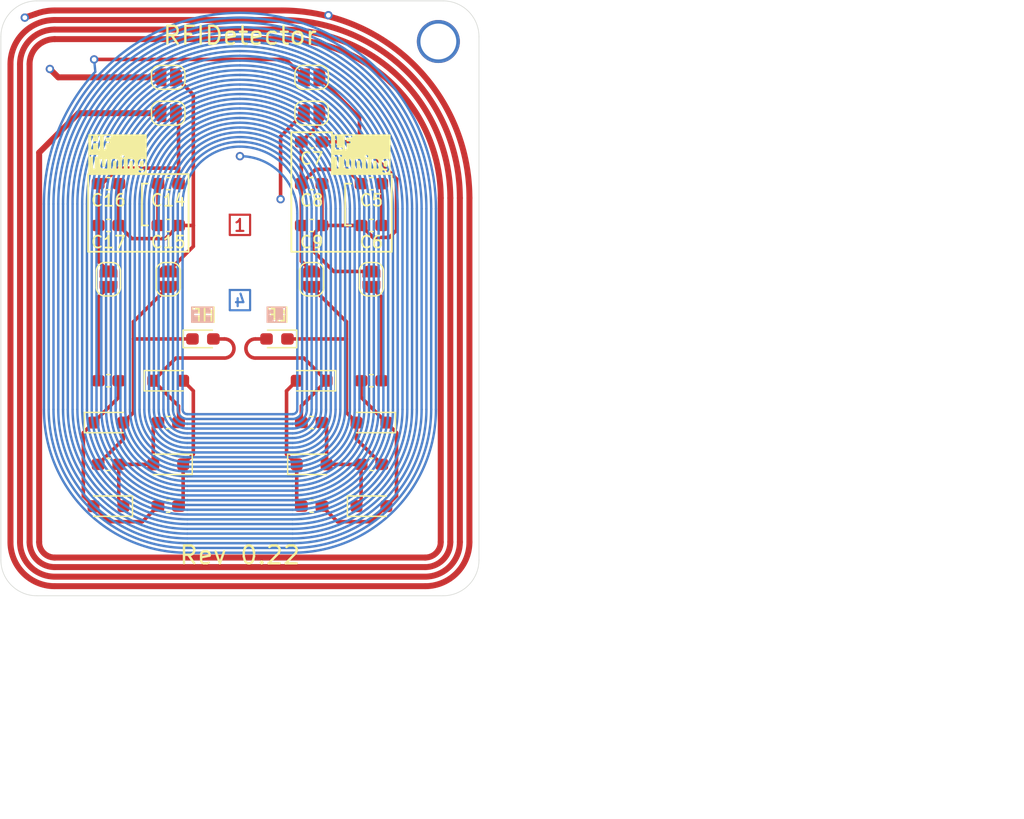
<source format=kicad_pcb>
(kicad_pcb (version 20221018) (generator pcbnew)
  (title_block (title "RFIDetector") (rev "0.22") (company "wh201906"))
  (layers (0 "F.Cu" signal) (1 "In1.Cu" signal) (2 "In2.Cu" signal) (31 "B.Cu" signal) (34 "B.Paste" user) (35 "F.Paste" user) (36 "B.SilkS" user "B.Silkscreen") (37 "F.SilkS" user "F.Silkscreen") (38 "B.Mask" user) (39 "F.Mask" user) (44 "Edge.Cuts" user))
  (net 0 "")
  (net 1 "/125k_load_+")
  (net 2 "Net-(D1-K)")
  (net 3 "/125k_load_-")
  (net 4 "Net-(D2-K)")
  (net 5 "Net-(D3-K)")
  (net 6 "Net-(D4-K)")
  (net 7 "/13.56M_load_+")
  (net 8 "Net-(D6-K)")
  (net 9 "/13.56M_load_-")
  (net 10 "Net-(D7-K)")
  (net 11 "Net-(D8-K)")
  (net 12 "Net-(D10-A)")
  (net 13 "Net-(JP1-B)")
  (net 14 "Net-(JP2-B)")
  (net 15 "Net-(C14-Pad1)")
  (net 16 "Net-(JP5-B)")
  (net 17 "Net-(JP6-B)")
  (net 18 "unconnected-(JP3-B-Pad2)")
  (net 19 "unconnected-(JP4-B-Pad2)")
  (net 22 "Net-(C5-Pad2)")
  (footprint "Jumper:SolderJumper-2_P1.3mm_Open_RoundedPad1.0x1.5mm" (layer "F.Cu") (at 64 56.5 180)
    (fp_text reference "JP8" hide)
    (fp_text value "SolderJumper_2_Open")
  )
  (footprint "LED_SMD:LED_0603_1608Metric_Pad1.05x0.95mm_HandSolder" (layer "F.Cu") (at 66.9 78.4)
    (fp_text reference "D10" hide)
    (fp_text value "LED")
  )
  (footprint "Capacitor_SMD:C_0603_1608Metric_Pad1.08x0.95mm_HandSolder" (layer "F.Cu") (at 63.9995 68.9)
    (fp_text reference "C15")
    (fp_text value "0")
  )
  (footprint "Capacitor_SMD:C_0603_1608Metric_Pad1.08x0.95mm_HandSolder" (layer "F.Cu") (at 75.9995 68.9 180)
    (fp_text reference "C9")
    (fp_text value "0")
  )
  (footprint "Capacitor_SMD:C_0603_1608Metric_Pad1.08x0.95mm_HandSolder" (layer "F.Cu") (at 75.9995 85.4 180)
    (fp_text reference "C4" hide)
    (fp_text value "10u")
  )
  (footprint "Capacitor_SMD:C_0603_1608Metric_Pad1.08x0.95mm_HandSolder" (layer "F.Cu") (at 63.9995 85.4)
    (fp_text reference "C13" hide)
    (fp_text value "10u")
  )
  (footprint "Jumper:SolderJumper-2_P1.3mm_Open_RoundedPad1.0x1.5mm" (layer "F.Cu") (at 58.9995 73.4 90)
    (fp_text reference "JP5" hide)
    (fp_text value "SolderJumper_2_Open")
  )
  (footprint "Capacitor_SMD:C_0603_1608Metric_Pad1.08x0.95mm_HandSolder" (layer "F.Cu") (at 63.9995 65.4)
    (fp_text reference "C14")
    (fp_text value "0")
  )
  (footprint "Jumper:SolderJumper-2_P1.3mm_Open_RoundedPad1.0x1.5mm" (layer "F.Cu") (at 76 56.5 180)
    (fp_text reference "JP3" hide)
    (fp_text value "SolderJumper_2_Open")
  )
  (footprint "Diode_SMD:D_SOD-323_HandSoldering" (layer "F.Cu") (at 80.9995 85.4 180)
    (fp_text reference "D1" hide)
    (fp_text value "1N5819WS")
  )
  (footprint "Diode_SMD:D_SOD-323_HandSoldering" (layer "F.Cu") (at 58.9995 85.4)
    (fp_text reference "D6" hide)
    (fp_text value "1N5819WS")
  )
  (footprint "Diode_SMD:D_SOD-323_HandSoldering" (layer "F.Cu") (at 75.9995 81.9 180)
    (fp_text reference "D4" hide)
    (fp_text value "1N5819WS")
  )
  (footprint "Capacitor_SMD:C_0603_1608Metric_Pad1.08x0.95mm_HandSolder" (layer "F.Cu") (at 80.9995 65.4)
    (fp_text reference "C5")
    (fp_text value "0")
  )
  (footprint "Capacitor_SMD:C_0603_1608Metric_Pad1.08x0.95mm_HandSolder" (layer "F.Cu") (at 58.9995 65.4 180)
    (fp_text reference "C16")
    (fp_text value "0")
  )
  (footprint "Capacitor_SMD:C_0603_1608Metric_Pad1.08x0.95mm_HandSolder" (layer "F.Cu") (at 75.9995 92.4 180)
    (fp_text reference "C3" hide)
    (fp_text value "10u")
  )
  (footprint "Diode_SMD:D_SOD-323_HandSoldering" (layer "F.Cu") (at 75.9995 88.9)
    (fp_text reference "D3" hide)
    (fp_text value "1N5819WS")
  )
  (footprint "Diode_SMD:D_SOD-323_HandSoldering" (layer "F.Cu") (at 80.9995 92.4)
    (fp_text reference "D2" hide)
    (fp_text value "1N5819WS")
  )
  (footprint "Capacitor_SMD:C_0603_1608Metric_Pad1.08x0.95mm_HandSolder" (layer "F.Cu") (at 58.9995 68.9 180)
    (fp_text reference "C17")
    (fp_text value "0")
  )
  (footprint "Jumper:SolderJumper-2_P1.3mm_Open_RoundedPad1.0x1.5mm" (layer "F.Cu") (at 76 59.5 180)
    (fp_text reference "JP4" hide)
    (fp_text value "SolderJumper_2_Open")
  )
  (footprint "Diode_SMD:D_SOD-323_HandSoldering" (layer "F.Cu") (at 58.9995 92.4 180)
    (fp_text reference "D7" hide)
    (fp_text value "1N5819WS")
  )
  (footprint "Capacitor_SMD:C_0603_1608Metric_Pad1.08x0.95mm_HandSolder" (layer "F.Cu") (at 58.9995 81.9)
    (fp_text reference "C10" hide)
    (fp_text value "10u")
  )
  (footprint "Jumper:SolderJumper-2_P1.3mm_Open_RoundedPad1.0x1.5mm" (layer "F.Cu") (at 64 59.5 180)
    (fp_text reference "JP7" hide)
    (fp_text value "SolderJumper_2_Open")
  )
  (footprint "Capacitor_SMD:C_0603_1608Metric_Pad1.08x0.95mm_HandSolder" (layer "F.Cu") (at 75.9995 65.4 180)
    (fp_text reference "C8")
    (fp_text value "0")
  )
  (footprint "Capacitor_SMD:C_0603_1608Metric_Pad1.08x0.95mm_HandSolder" (layer "F.Cu") (at 63.9995 92.4)
    (fp_text reference "C12" hide)
    (fp_text value "10u")
  )
  (footprint "Capacitor_SMD:C_0603_1608Metric_Pad1.08x0.95mm_HandSolder" (layer "F.Cu") (at 80.9995 68.9 180)
    (fp_text reference "C6")
    (fp_text value "0")
  )
  (footprint "Jumper:SolderJumper-2_P1.3mm_Open_RoundedPad1.0x1.5mm" (layer "F.Cu") (at 75.9995 73.4 90)
    (fp_text reference "JP2" hide)
    (fp_text value "SolderJumper_2_Open")
  )
  (footprint "Capacitor_SMD:C_0603_1608Metric_Pad1.08x0.95mm_HandSolder" (layer "F.Cu") (at 80.9995 81.9 180)
    (fp_text reference "C1" hide)
    (fp_text value "10u")
  )
  (footprint "Jumper:SolderJumper-2_P1.3mm_Open_RoundedPad1.0x1.5mm" (layer "F.Cu") (at 80.9995 73.4 90)
    (fp_text reference "JP1" hide)
    (fp_text value "SolderJumper_2_Open")
  )
  (footprint "Jumper:SolderJumper-2_P1.3mm_Open_RoundedPad1.0x1.5mm" (layer "F.Cu") (at 63.9995 73.4 90)
    (fp_text reference "JP6" hide)
    (fp_text value "SolderJumper_2_Open")
  )
  (footprint "Diode_SMD:D_SOD-323_HandSoldering" (layer "F.Cu") (at 63.9995 81.9)
    (fp_text reference "D9" hide)
    (fp_text value "1N5819WS")
  )
  (footprint "Capacitor_SMD:C_0603_1608Metric_Pad1.08x0.95mm_HandSolder" (layer "F.Cu") (at 58.9995 88.9)
    (fp_text reference "C11" hide)
    (fp_text value "10u")
  )
  (footprint "Diode_SMD:D_SOD-323_HandSoldering" (layer "F.Cu") (at 63.9995 88.9 180)
    (fp_text reference "D8" hide)
    (fp_text value "1N5819WS")
  )
  (footprint "Capacitor_SMD:C_0603_1608Metric_Pad1.08x0.95mm_HandSolder" (layer "F.Cu") (at 75.9995 61.9 180)
    (fp_text reference "C7")
    (fp_text value "4.7n")
  )
  (footprint "LED_SMD:LED_0603_1608Metric_Pad1.05x0.95mm_HandSolder" (layer "F.Cu") (at 73.1 78.4 180)
    (fp_text reference "D5" hide)
    (fp_text value "LED")
  )
  (footprint "Capacitor_SMD:C_0603_1608Metric_Pad1.08x0.95mm_HandSolder" (layer "F.Cu") (at 80.9995 88.9 180)
    (fp_text reference "C2" hide)
    (fp_text value "10u")
  )
  (gr_arc (start 50.8 55.4) (mid 51.883705 52.783705) (end 54.5 51.7) (stroke (width 0.5)) (layer "F.Cu"))
  (gr_arc (start 88.4 95.4) (mid 87.55061 97.45061) (end 85.5 98.3) (stroke (width 0.5)) (layer "F.Cu"))
  (gr_line (start 52.4 95.4) (end 52.4 55.4) (stroke (width 0.5)) (layer "F.Cu"))
  (gr_arc (start 73.5 50.9) (mid 84.601576 55.498424) (end 89.2 66.6) (stroke (width 0.5)) (layer "F.Cu"))
  (gr_arc (start 52.4 55.4) (mid 53.015076 53.915076) (end 54.5 53.3) (stroke (width 0.5)) (layer "F.Cu"))
  (gr_arc (start 86.8 95.4) (mid 86.419239 96.319239) (end 85.5 96.7) (stroke (width 0.5)) (layer "F.Cu"))
  (gr_rect (start 69.15 68) (end 70.85 69.7) (stroke (width 0.18)) (fill none) (layer "F.Cu"))
  (gr_line (start 63 59.5) (end 56.5 59.5) (stroke (width 0.5)) (layer "F.Cu"))
  (gr_line (start 54.1 55.8) (end 54.8 56.5) (stroke (width 0.5)) (layer "F.Cu"))
  (gr_line (start 56.5 59.5) (end 53.199963 62.800037) (stroke (width 0.5)) (layer "F.Cu"))
  (gr_arc (start 54.5 97.5) (mid 53.015076 96.884924) (end 52.4 95.4) (stroke (width 0.5)) (layer "F.Cu"))
  (gr_line (start 54.5 97.5) (end 85.5 97.5) (stroke (width 0.5)) (layer "F.Cu"))
  (gr_arc (start 54.5 98.3) (mid 52.44939 97.45061) (end 51.6 95.4) (stroke (width 0.5)) (layer "F.Cu"))
  (gr_arc (start 89.2 95.4) (mid 88.116295 98.016295) (end 85.5 99.1) (stroke (width 0.5)) (layer "F.Cu"))
  (gr_arc (start 52.898021 51.194805) (mid 53.68556 50.974315) (end 54.5 50.9) (stroke (width 0.5)) (layer "F.Cu"))
  (gr_line (start 88.4 95.4) (end 88.4 66.6) (stroke (width 0.5)) (layer "F.Cu"))
  (gr_arc (start 51.6 55.4) (mid 52.44939 53.34939) (end 54.5 52.5) (stroke (width 0.5)) (layer "F.Cu"))
  (gr_arc (start 54.5 96.7) (mid 53.580761 96.319239) (end 53.2 95.4) (stroke (width 0.5)) (layer "F.Cu"))
  (gr_line (start 51.6 95.4) (end 51.6 55.4) (stroke (width 0.5)) (layer "F.Cu"))
  (gr_line (start 54.5 99.1) (end 85.5 99.1) (stroke (width 0.5)) (layer "F.Cu"))
  (gr_line (start 89.2 66.6) (end 89.2 95.4) (stroke (width 0.5)) (layer "F.Cu"))
  (gr_arc (start 71.3 80) (mid 70.5 79.2) (end 71.3 78.4) (stroke (width 0.3)) (layer "F.Cu"))
  (gr_arc (start 87.6 95.4) (mid 86.984924 96.884924) (end 85.5 97.5) (stroke (width 0.5)) (layer "F.Cu"))
  (gr_arc (start 68.7 78.4) (mid 69.5 79.2) (end 68.7 80) (stroke (width 0.3)) (layer "F.Cu"))
  (gr_line (start 73.5 52.5) (end 54.5 52.5) (stroke (width 0.5)) (layer "F.Cu"))
  (gr_line (start 87.6 66.6) (end 87.6 95.4) (stroke (width 0.5)) (layer "F.Cu"))
  (gr_line (start 73.5 53.3) (end 54.5 53.3) (stroke (width 0.5)) (layer "F.Cu"))
  (gr_arc (start 73.5 51.7) (mid 84.035891 56.064109) (end 88.4 66.6) (stroke (width 0.5)) (layer "F.Cu"))
  (gr_line (start 73.5 51.7) (end 54.5 51.7) (stroke (width 0.5)) (layer "F.Cu"))
  (gr_line (start 52.898021 51.194805) (end 52 51.5) (stroke (width 0.5)) (layer "F.Cu"))
  (gr_line (start 53.2 95.4) (end 53.2 62.8) (stroke (width 0.5)) (layer "F.Cu"))
  (gr_line (start 54.5 98.3) (end 85.5 98.3) (stroke (width 0.5)) (layer "F.Cu"))
  (gr_arc (start 73.5 53.3) (mid 82.90452 57.19548) (end 86.8 66.6) (stroke (width 0.5)) (layer "F.Cu"))
  (gr_line (start 54.5 96.7) (end 85.5 96.7) (stroke (width 0.5)) (layer "F.Cu"))
  (gr_arc (start 54.5 99.1) (mid 51.883705 98.016295) (end 50.8 95.4) (stroke (width 0.5)) (layer "F.Cu"))
  (gr_line (start 54.8 56.5) (end 63 56.5) (stroke (width 0.5)) (layer "F.Cu"))
  (gr_arc (start 73.5 52.5) (mid 83.470206 56.629794) (end 87.6 66.6) (stroke (width 0.5)) (layer "F.Cu"))
  (gr_line (start 50.8 95.4) (end 50.8 55.4) (stroke (width 0.5)) (layer "F.Cu"))
  (gr_line (start 73.5 50.9) (end 54.5 50.9) (stroke (width 0.5)) (layer "F.Cu"))
  (gr_line (start 86.8 95.4) (end 86.8 66.6) (stroke (width 0.5)) (layer "F.Cu"))
  (gr_line (start 84.8 67.5) (end 84.799998 84.3) (stroke (width 0.2)) (layer "B.Cu"))
  (gr_arc (start 65.599998 95.100002) (mid 57.963245 91.936755) (end 54.799998 84.300002) (stroke (width 0.2)) (layer "B.Cu"))
  (gr_arc (start 83.199998 84.300002) (mid 80.622537 90.52254) (end 74.399998 93.100002) (stroke (width 0.2)) (layer "B.Cu"))
  (gr_line (start 56.399998 67.100004) (end 56.399998 84.3) (stroke (width 0.2)) (layer "B.Cu"))
  (gr_line (start 75.2 67.5) (end 75.199998 84.3) (stroke (width 0.2)) (layer "B.Cu"))
  (gr_line (start 80.8 67.5) (end 80.799998 84.3) (stroke (width 0.2)) (layer "B.Cu"))
  (gr_line (start 62.799998 67.100004) (end 62.799998 84.3) (stroke (width 0.2)) (layer "B.Cu"))
  (gr_arc (start 55.199998 67.100004) (mid 59.534816 56.63482) (end 69.999998 52.300004) (stroke (width 0.2)) (layer "B.Cu"))
  (gr_arc (start 54.799998 67.100004) (mid 59.251973 56.351978) (end 69.999998 51.900004) (stroke (width 0.2)) (layer "B.Cu"))
  (gr_line (start 65.6 89.900002) (end 74.4 89.900002) (stroke (width 0.2)) (layer "B.Cu"))
  (gr_arc (start 65.599998 86.300002) (mid 64.185785 85.714215) (end 63.599998 84.300002) (stroke (width 0.2)) (layer "B.Cu"))
  (gr_arc (start 56.799998 67.100004) (mid 60.666187 57.766191) (end 69.999998 53.900004) (stroke (width 0.2)) (layer "B.Cu"))
  (gr_arc (start 59.999998 67.100004) (mid 62.928929 60.028933) (end 69.999998 57.100004) (stroke (width 0.2)) (layer "B.Cu"))
  (gr_line (start 65.6 90.300002) (end 74.4 90.300002) (stroke (width 0.2)) (layer "B.Cu"))
  (gr_arc (start 61.199998 67.100004) (mid 63.777457 60.877461) (end 69.999998 58.300004) (stroke (width 0.2)) (layer "B.Cu"))
  (gr_arc (start 65.599998 87.100002) (mid 63.6201 86.2799) (end 62.799998 84.300002) (stroke (width 0.2)) (layer "B.Cu"))
  (gr_arc (start 60.399998 67.100004) (mid 63.211771 60.311776) (end 69.999998 57.500004) (stroke (width 0.2)) (layer "B.Cu"))
  (gr_line (start 84 67.5) (end 83.999998 84.3) (stroke (width 0.2)) (layer "B.Cu"))
  (gr_arc (start 59.199998 67.100004) (mid 62.363243 59.463247) (end 69.999998 56.300004) (stroke (width 0.2)) (layer "B.Cu"))
  (gr_line (start 65.6 95.900002) (end 74.4 95.900002) (stroke (width 0.2)) (layer "B.Cu"))
  (gr_arc (start 70 61.5) (mid 74.242641 63.257359) (end 76 67.5) (stroke (width 0.2)) (layer "B.Cu"))
  (gr_line (start 65.6 93.900002) (end 74.4 93.900002) (stroke (width 0.2)) (layer "B.Cu"))
  (gr_arc (start 74.799998 84.300002) (mid 74.68284 84.582843) (end 74.399998 84.700002) (stroke (width 0.2)) (layer "B.Cu"))
  (gr_arc (start 70 58.3) (mid 76.505382 60.994618) (end 79.2 67.5) (stroke (width 0.2)) (layer "B.Cu"))
  (gr_arc (start 70 59.5) (mid 75.656854 61.843146) (end 78 67.5) (stroke (width 0.2)) (layer "B.Cu"))
  (gr_arc (start 57.999998 67.100004) (mid 61.514715 58.614719) (end 69.999998 55.100004) (stroke (width 0.2)) (layer "B.Cu"))
  (gr_arc (start 78.399998 84.300002) (mid 77.228424 87.128427) (end 74.399998 88.300002) (stroke (width 0.2)) (layer "B.Cu"))
  (gr_line (start 65.6 92.700002) (end 74.4 92.700002) (stroke (width 0.2)) (layer "B.Cu"))
  (gr_arc (start 64.399998 67.100004) (mid 66.040198 63.140203) (end 69.999998 61.500004) (stroke (width 0.2)) (layer "B.Cu"))
  (gr_arc (start 86.399998 84.300002) (mid 82.885279 92.785281) (end 74.399998 96.300002) (stroke (width 0.2)) (layer "B.Cu"))
  (gr_line (start 63.599998 67.100004) (end 63.599998 84.3) (stroke (width 0.2)) (layer "B.Cu"))
  (gr_line (start 83.2 67.5) (end 83.199998 84.3) (stroke (width 0.2)) (layer "B.Cu"))
  (gr_arc (start 78.799998 84.300002) (mid 77.511267 87.41127) (end 74.399998 88.700002) (stroke (width 0.2)) (layer "B.Cu"))
  (gr_arc (start 64.799998 67.100004) (mid 66.323041 63.423045) (end 69.999998 61.900004) (stroke (width 0.2)) (layer "B.Cu"))
  (gr_arc (start 77.599998 84.300002) (mid 76.662739 86.562742) (end 74.399998 87.500002) (stroke (width 0.2)) (layer "B.Cu"))
  (gr_arc (start 65.599998 91.100002) (mid 60.791672 89.108328) (end 58.799998 84.300002) (stroke (width 0.2)) (layer "B.Cu"))
  (gr_arc (start 65.599998 96.300002) (mid 57.114717 92.785283) (end 53.599998 84.300002) (stroke (width 0.2)) (layer "B.Cu"))
  (gr_line (start 57.999998 67.100004) (end 57.999998 84.3) (stroke (width 0.2)) (layer "B.Cu"))
  (gr_arc (start 75.199998 84.300002) (mid 74.965683 84.865685) (end 74.399998 85.100002) (stroke (width 0.2)) (layer "B.Cu"))
  (gr_arc (start 70 55.5) (mid 78.485281 59.014719) (end 82 67.5) (stroke (width 0.2)) (layer "B.Cu"))
  (gr_line (start 79.2 67.5) (end 79.199998 84.3) (stroke (width 0.2)) (layer "B.Cu"))
  (gr_arc (start 65.599998 85.100002) (mid 65.034313 84.865687) (end 64.799998 84.300002) (stroke (width 0.2)) (layer "B.Cu"))
  (gr_arc (start 63.999998 67.100004) (mid 65.757356 62.85736) (end 69.999998 61.100004) (stroke (width 0.2)) (layer "B.Cu"))
  (gr_arc (start 70 58.7) (mid 76.22254 61.27746) (end 78.8 67.5) (stroke (width 0.2)) (layer "B.Cu"))
  (gr_arc (start 70 61.1) (mid 74.525483 62.974517) (end 76.4 67.5) (stroke (width 0.2)) (layer "B.Cu"))
  (gr_line (start 65.6 84.700002) (end 74.4 84.700002) (stroke (width 0.2)) (layer "B.Cu"))
  (gr_arc (start 65.599998 89.100002) (mid 62.205886 87.694114) (end 60.799998 84.300002) (stroke (width 0.2)) (layer "B.Cu"))
  (gr_arc (start 70 54.3) (mid 79.33381 58.16619) (end 83.2 67.5) (stroke (width 0.2)) (layer "B.Cu"))
  (gr_arc (start 58.399998 67.100004) (mid 61.797558 58.897562) (end 69.999998 55.500004) (stroke (width 0.2)) (layer "B.Cu"))
  (gr_arc (start 65.599998 88.700002) (mid 62.488729 87.411271) (end 61.199998 84.300002) (stroke (width 0.2)) (layer "B.Cu"))
  (gr_arc (start 70 63.1) (mid 73.394113 64.505887) (end 74.8 67.9) (stroke (width 0.2)) (layer "B.Cu"))
  (gr_line (start 60.399998 67.100004) (end 60.399998 84.3) (stroke (width 0.2)) (layer "B.Cu"))
  (gr_arc (start 70 59.1) (mid 75.939697 61.560303) (end 78.4 67.5) (stroke (width 0.2)) (layer "B.Cu"))
  (gr_arc (start 85.999998 84.300002) (mid 82.602436 92.502439) (end 74.399998 95.900002) (stroke (width 0.2)) (layer "B.Cu"))
  (gr_arc (start 80.799998 84.300002) (mid 78.925481 88.825483) (end 74.399998 90.700002) (stroke (width 0.2)) (layer "B.Cu"))
  (gr_arc (start 70 53.1) (mid 80.182338 57.317662) (end 84.4 67.5) (stroke (width 0.2)) (layer "B.Cu"))
  (gr_line (start 81.2 67.5) (end 81.199998 84.3) (stroke (width 0.2)) (layer "B.Cu"))
  (gr_arc (start 65.599998 91.900002) (mid 60.225987 89.674013) (end 57.999998 84.300002) (stroke (width 0.2)) (layer "B.Cu"))
  (gr_arc (start 65.599998 89.500002) (mid 61.923043 87.976957) (end 60.399998 84.300002) (stroke (width 0.2)) (layer "B.Cu"))
  (gr_arc (start 65.599998 91.500002) (mid 60.50883 89.39117) (end 58.399998 84.300002) (stroke (width 0.2)) (layer "B.Cu"))
  (gr_line (start 54.399998 67.100004) (end 54.399998 84.3) (stroke (width 0.2)) (layer "B.Cu"))
  (gr_arc (start 79.599998 84.300002) (mid 78.076952 87.976955) (end 74.399998 89.500002) (stroke (width 0.2)) (layer "B.Cu"))
  (gr_line (start 80.4 67.5) (end 80.399998 84.3) (stroke (width 0.2)) (layer "B.Cu"))
  (gr_arc (start 57.599998 67.100004) (mid 61.231872 58.331877) (end 69.999998 54.700004) (stroke (width 0.2)) (layer "B.Cu"))
  (gr_line (start 56.799998 67.100004) (end 56.799998 84.3) (stroke (width 0.2)) (layer "B.Cu"))
  (gr_line (start 78.8 67.5) (end 78.799998 84.3) (stroke (width 0.2)) (layer "B.Cu"))
  (gr_line (start 55.199998 67.100004) (end 55.199998 84.3) (stroke (width 0.2)) (layer "B.Cu"))
  (gr_line (start 86 67.5) (end 85.999998 84.3) (stroke (width 0.2)) (layer "B.Cu"))
  (gr_arc (start 65.199998 67.100004) (mid 66.605884 63.705888) (end 69.999998 62.300004) (stroke (width 0.2)) (layer "B.Cu"))
  (gr_arc (start 65.599998 88.300002) (mid 62.771571 87.128429) (end 61.599998 84.300002) (stroke (width 0.2)) (layer "B.Cu"))
  (gr_arc (start 65.599998 92.700002) (mid 59.660302 90.239698) (end 57.199998 84.300002) (stroke (width 0.2)) (layer "B.Cu"))
  (gr_line (start 59.199998 67.100004) (end 59.199998 84.3) (stroke (width 0.2)) (layer "B.Cu"))
  (gr_arc (start 83.599998 84.300002) (mid 80.90538 90.805382) (end 74.399998 93.500002) (stroke (width 0.2)) (layer "B.Cu"))
  (gr_arc (start 65.599998 87.900002) (mid 63.054414 86.845586) (end 61.999998 84.300002) (stroke (width 0.2)) (layer "B.Cu"))
  (gr_rect (start 69.15 74.3) (end 70.85 76) (stroke (width 0.18)) (fill none) (layer "B.Cu"))
  (gr_line (start 57.599998 67.100004) (end 57.599998 84.3) (stroke (width 0.2)) (layer "B.Cu"))
  (gr_line (start 65.6 89.500002) (end 74.4 89.500002) (stroke (width 0.2)) (layer "B.Cu"))
  (gr_line (start 65.6 85.100002) (end 74.4 85.100002) (stroke (width 0.2)) (layer "B.Cu"))
  (gr_line (start 61.599998 67.100004) (end 61.599998 84.3) (stroke (width 0.2)) (layer "B.Cu"))
  (gr_line (start 59.599998 67.100004) (end 59.599998 84.3) (stroke (width 0.2)) (layer "B.Cu"))
  (gr_arc (start 62.399998 67.100004) (mid 64.625985 61.725989) (end 69.999998 59.500004) (stroke (width 0.2)) (layer "B.Cu"))
  (gr_arc (start 65.599998 85.500002) (mid 64.75147 85.14853) (end 64.399998 84.300002) (stroke (width 0.2)) (layer "B.Cu"))
  (gr_arc (start 75.599998 84.300002) (mid 75.248525 85.148528) (end 74.399998 85.500002) (stroke (width 0.2)) (layer "B.Cu"))
  (gr_line (start 74.8 67.9) (end 74.799998 84.3) (stroke (width 0.2)) (layer "B.Cu"))
  (gr_arc (start 75.999998 84.300002) (mid 75.531368 85.431371) (end 74.399998 85.900002) (stroke (width 0.2)) (layer "B.Cu"))
  (gr_line (start 61.199998 67.100004) (end 61.199998 84.3) (stroke (width 0.2)) (layer "B.Cu"))
  (gr_line (start 65.6 87.500002) (end 74.4 87.500002) (stroke (width 0.2)) (layer "B.Cu"))
  (gr_arc (start 70 62.3) (mid 73.676955 63.823045) (end 75.2 67.5) (stroke (width 0.2)) (layer "B.Cu"))
  (gr_arc (start 65.599998 84.700002) (mid 65.317156 84.582844) (end 65.199998 84.300002) (stroke (width 0.2)) (layer "B.Cu"))
  (gr_arc (start 81.599998 84.300002) (mid 79.491166 89.391169) (end 74.399998 91.500002) (stroke (width 0.2)) (layer "B.Cu"))
  (gr_arc (start 70 51.9) (mid 81.030866 56.469134) (end 85.6 67.5) (stroke (width 0.2)) (layer "B.Cu"))
  (gr_arc (start 53.999998 67.100004) (mid 58.686288 55.786292) (end 69.999998 51.100004) (stroke (width 0.2)) (layer "B.Cu"))
  (gr_line (start 65.6 95.100002) (end 74.4 95.100002) (stroke (width 0.2)) (layer "B.Cu"))
  (gr_line (start 65.6 93.100002) (end 74.4 93.100002) (stroke (width 0.2)) (layer "B.Cu"))
  (gr_line (start 61.999998 67.100004) (end 61.999998 84.3) (stroke (width 0.2)) (layer "B.Cu"))
  (gr_arc (start 82.799998 84.300002) (mid 80.339694 90.239697) (end 74.399998 92.700002) (stroke (width 0.2)) (layer "B.Cu"))
  (gr_arc (start 70 56.7) (mid 77.636753 59.863247) (end 80.8 67.5) (stroke (width 0.2)) (layer "B.Cu"))
  (gr_arc (start 65.599998 86.700002) (mid 63.902942 85.997058) (end 63.199998 84.300002) (stroke (width 0.2)) (layer "B.Cu"))
  (gr_line (start 64.399998 67.100004) (end 64.399998 84.3) (stroke (width 0.2)) (layer "B.Cu"))
  (gr_arc (start 85.599998 84.300002) (mid 82.319593 92.219596) (end 74.399998 95.500002) (stroke (width 0.2)) (layer "B.Cu"))
  (gr_arc (start 65.599998 90.300002) (mid 61.357358 88.542642) (end 59.599998 84.300002) (stroke (width 0.2)) (layer "B.Cu"))
  (gr_arc (start 61.999998 67.100004) (mid 64.343142 61.443146) (end 69.999998 59.100004) (stroke (width 0.2)) (layer "B.Cu"))
  (gr_arc (start 65.599998 85.900002) (mid 64.468628 85.431372) (end 63.999998 84.300002) (stroke (width 0.2)) (layer "B.Cu"))
  (gr_line (start 65.6 88.300002) (end 74.4 88.300002) (stroke (width 0.2)) (layer "B.Cu"))
  (gr_arc (start 65.599998 94.300002) (mid 58.528931 91.371069) (end 55.599998 84.300002) (stroke (width 0.2)) (layer "B.Cu"))
  (gr_arc (start 80.399998 84.300002) (mid 78.642638 88.542641) (end 74.399998 90.300002) (stroke (width 0.2)) (layer "B.Cu"))
  (gr_arc (start 70 55.9) (mid 78.202439 59.297561) (end 81.6 67.5) (stroke (width 0.2)) (layer "B.Cu"))
  (gr_line (start 58.399998 67.100004) (end 58.399998 84.3) (stroke (width 0.2)) (layer "B.Cu"))
  (gr_line (start 65.6 96.300002) (end 74.4 96.300002) (stroke (width 0.2)) (layer "B.Cu"))
  (gr_line (start 84.4 67.5) (end 84.399998 84.3) (stroke (width 0.2)) (layer "B.Cu"))
  (gr_arc (start 84.399998 84.300002) (mid 81.471065 91.371068) (end 74.399998 94.300002) (stroke (width 0.2)) (layer "B.Cu"))
  (gr_arc (start 63.199998 67.100004) (mid 65.19167 62.291675) (end 69.999998 60.300004) (stroke (width 0.2)) (layer "B.Cu"))
  (gr_line (start 85.2 67.5) (end 85.199998 84.3) (stroke (width 0.2)) (layer "B.Cu"))
  (gr_arc (start 65.599998 87.500002) (mid 63.337257 86.562743) (end 62.399998 84.300002) (stroke (width 0.2)) (layer "B.Cu"))
  (gr_arc (start 56.399998 67.100004) (mid 60.383344 57.483348) (end 69.999998 53.500004) (stroke (width 0.2)) (layer "B.Cu"))
  (gr_line (start 79.6 67.5) (end 79.599998 84.3) (stroke (width 0.2)) (layer "B.Cu"))
  (gr_arc (start 77.999998 84.300002) (mid 76.945582 86.845584) (end 74.399998 87.900002) (stroke (width 0.2)) (layer "B.Cu"))
  (gr_arc (start 81.999998 84.300002) (mid 79.774009 89.674012) (end 74.399998 91.900002) (stroke (width 0.2)) (layer "B.Cu"))
  (gr_arc (start 70 53.9) (mid 79.616652 57.883348) (end 83.6 67.5) (stroke (width 0.2)) (layer "B.Cu"))
  (gr_arc (start 65.599998 95.900002) (mid 57.39756 92.50244) (end 53.999998 84.300002) (stroke (width 0.2)) (layer "B.Cu"))
  (gr_line (start 76 67.5) (end 75.999998 84.3) (stroke (width 0.2)) (layer "B.Cu"))
  (gr_line (start 65.6 85.900002) (end 74.4 85.900002) (stroke (width 0.2)) (layer "B.Cu"))
  (gr_line (start 65.6 91.500002) (end 74.4 91.500002) (stroke (width 0.2)) (layer "B.Cu"))
  (gr_arc (start 65.599998 92.300002) (mid 59.943144 89.956856) (end 57.599998 84.300002) (stroke (width 0.2)) (layer "B.Cu"))
  (gr_line (start 65.6 87.100002) (end 74.4 87.100002) (stroke (width 0.2)) (layer "B.Cu"))
  (gr_arc (start 70 52.3) (mid 80.748023 56.751977) (end 85.2 67.5) (stroke (width 0.2)) (layer "B.Cu"))
  (gr_arc (start 82.399998 84.300002) (mid 80.056851 89.956854) (end 74.399998 92.300002) (stroke (width 0.2)) (layer "B.Cu"))
  (gr_arc (start 60.799998 67.100004) (mid 63.494614 60.594618) (end 69.999998 57.900004) (stroke (width 0.2)) (layer "B.Cu"))
  (gr_arc (start 70 59.9) (mid 75.374012 62.125988) (end 77.6 67.5) (stroke (width 0.2)) (layer "B.Cu"))
  (gr_arc (start 55.999998 67.100004) (mid 60.100502 57.200506) (end 69.999998 53.100004) (stroke (width 0.2)) (layer "B.Cu"))
  (gr_arc (start 57.199998 67.100004) (mid 60.94903 58.049034) (end 69.999998 54.300004) (stroke (width 0.2)) (layer "B.Cu"))
  (gr_line (start 59.999998 67.100004) (end 59.999998 84.3) (stroke (width 0.2)) (layer "B.Cu"))
  (gr_arc (start 83.999998 84.300002) (mid 81.188222 91.088225) (end 74.399998 93.900002) (stroke (width 0.2)) (layer "B.Cu"))
  (gr_arc (start 53.600154 67.100004) (mid 54.712862 61.162124) (end 57.9 56.03) (stroke (width 0.2)) (layer "B.Cu"))
  (gr_line (start 83.6 67.5) (end 83.599998 84.3) (stroke (width 0.2)) (layer "B.Cu"))
  (gr_arc (start 85.199998 84.300002) (mid 82.03675 91.936753) (end 74.399998 95.100002) (stroke (width 0.2)) (layer "B.Cu"))
  (gr_arc (start 70 52.7) (mid 80.46518 57.03482) (end 84.8 67.5) (stroke (width 0.2)) (layer "B.Cu"))
  (gr_line (start 55.599998 67.100004) (end 55.599998 84.3) (stroke (width 0.2)) (layer "B.Cu"))
  (gr_line (start 63.199998 67.100004) (end 63.199998 84.3) (stroke (width 0.2)) (layer "B.Cu"))
  (gr_line (start 82.8 67.5) (end 82.799998 84.3) (stroke (width 0.2)) (layer "B.Cu"))
  (gr_arc (start 65.599998 95.500002) (mid 57.680403 92.219597) (end 54.399998 84.300002) (stroke (width 0.2)) (layer "B.Cu"))
  (gr_arc (start 58.799998 67.100004) (mid 62.080401 59.180405) (end 69.999998 55.900004) (stroke (width 0.2)) (layer "B.Cu"))
  (gr_arc (start 70 61.9) (mid 73.959798 63.540202) (end 75.6 67.5) (stroke (width 0.2)) (layer "B.Cu"))
  (gr_line (start 57.8 55) (end 57.9 56.03) (stroke (width 0.2)) (layer "B.Cu"))
  (gr_line (start 65.199998 67.100004) (end 65.199998 84.3) (stroke (width 0.2)) (layer "B.Cu"))
  (gr_line (start 65.6 94.700002) (end 74.4 94.700002) (stroke (width 0.2)) (layer "B.Cu"))
  (gr_arc (start 59.599998 67.100004) (mid 62.646086 59.74609) (end 69.999998 56.700004) (stroke (width 0.2)) (layer "B.Cu"))
  (gr_line (start 64.799998 67.100004) (end 64.799998 84.3) (stroke (width 0.2)) (layer "B.Cu"))
  (gr_arc (start 70 60.3) (mid 75.091169 62.408831) (end 77.2 67.5) (stroke (width 0.2)) (layer "B.Cu"))
  (gr_line (start 76.8 67.5) (end 76.799998 84.3) (stroke (width 0.2)) (layer "B.Cu"))
  (gr_arc (start 65.599998 93.900002) (mid 58.811773 91.088227) (end 55.999998 84.300002) (stroke (width 0.2)) (layer "B.Cu"))
  (gr_arc (start 76.399998 84.300002) (mid 75.814211 85.714214) (end 74.399998 86.300002) (stroke (width 0.2)) (layer "B.Cu"))
  (gr_arc (start 65.599998 89.900002) (mid 61.640201 88.259799) (end 59.999998 84.300002) (stroke (width 0.2)) (layer "B.Cu"))
  (gr_line (start 60.799998 67.100004) (end 60.799998 84.3) (stroke (width 0.2)) (layer "B.Cu"))
  (gr_line (start 76.4 67.5) (end 76.399998 84.3) (stroke (width 0.2)) (layer "B.Cu"))
  (gr_line (start 78.4 67.5) (end 78.399998 84.3) (stroke (width 0.2)) (layer "B.Cu"))
  (gr_arc (start 70 53.5) (mid 79.899495 57.600505) (end 84 67.5) (stroke (width 0.2)) (layer "B.Cu"))
  (gr_line (start 65.6 92.300002) (end 74.4 92.300002) (stroke (width 0.2)) (layer "B.Cu"))
  (gr_line (start 65.6 89.100002) (end 74.4 89.100002) (stroke (width 0.2)) (layer "B.Cu"))
  (gr_arc (start 65.599998 93.500002) (mid 59.094616 90.805384) (end 56.399998 84.300002) (stroke (width 0.2)) (layer "B.Cu"))
  (gr_line (start 85.6 67.5) (end 85.599998 84.3) (stroke (width 0.2)) (layer "B.Cu"))
  (gr_line (start 65.6 90.700002) (end 74.4 90.700002) (stroke (width 0.2)) (layer "B.Cu"))
  (gr_line (start 65.6 95.500002) (end 74.4 95.500002) (stroke (width 0.2)) (layer "B.Cu"))
  (gr_arc (start 65.599998 90.700002) (mid 61.074515 88.825485) (end 59.199998 84.300002) (stroke (width 0.2)) (layer "B.Cu"))
  (gr_arc (start 65.599998 94.700002) (mid 58.246088 91.653912) (end 55.199998 84.300002) (stroke (width 0.2)) (layer "B.Cu"))
  (gr_arc (start 55.599998 67.100004) (mid 59.817659 56.917663) (end 69.999998 52.700004) (stroke (width 0.2)) (layer "B.Cu"))
  (gr_line (start 77.6 67.5) (end 77.599998 84.3) (stroke (width 0.2)) (layer "B.Cu"))
  (gr_line (start 65.6 86.700002) (end 74.4 86.700002) (stroke (width 0.2)) (layer "B.Cu"))
  (gr_line (start 77.2 67.5) (end 77.199998 84.3) (stroke (width 0.2)) (layer "B.Cu"))
  (gr_arc (start 63.599998 67.100004) (mid 65.474513 62.574517) (end 69.999998 60.700004) (stroke (width 0.2)) (layer "B.Cu"))
  (gr_arc (start 65.599998 93.100002) (mid 59.377459 90.522541) (end 56.799998 84.300002) (stroke (width 0.2)) (layer "B.Cu"))
  (gr_line (start 82 67.5) (end 81.999998 84.3) (stroke (width 0.2)) (layer "B.Cu"))
  (gr_line (start 53.999998 67.100004) (end 53.999998 84.3) (stroke (width 0.2)) (layer "B.Cu"))
  (gr_line (start 75.6 67.5) (end 75.599998 84.3) (stroke (width 0.2)) (layer "B.Cu"))
  (gr_arc (start 70 54.7) (mid 79.050967 58.449033) (end 82.8 67.5) (stroke (width 0.2)) (layer "B.Cu"))
  (gr_arc (start 61.599998 67.100004) (mid 64.0603 61.160304) (end 69.999998 58.700004) (stroke (width 0.2)) (layer "B.Cu"))
  (gr_line (start 65.6 85.500002) (end 74.4 85.500002) (stroke (width 0.2)) (layer "B.Cu"))
  (gr_line (start 65.6 94.300002) (end 74.4 94.300002) (stroke (width 0.2)) (layer "B.Cu"))
  (gr_line (start 55.999998 67.100004) (end 55.999998 84.3) (stroke (width 0.2)) (layer "B.Cu"))
  (gr_arc (start 62.799998 67.100004) (mid 64.908828 62.008832) (end 69.999998 59.900004) (stroke (width 0.2)) (layer "B.Cu"))
  (gr_arc (start 70 56.3) (mid 77.919596 59.580404) (end 81.2 67.5) (stroke (width 0.2)) (layer "B.Cu"))
  (gr_line (start 65.6 88.700002) (end 74.4 88.700002) (stroke (width 0.2)) (layer "B.Cu"))
  (gr_line (start 65.6 87.900002) (end 74.4 87.900002) (stroke (width 0.2)) (layer "B.Cu"))
  (gr_line (start 65.6 91.900002) (end 74.4 91.900002) (stroke (width 0.2)) (layer "B.Cu"))
  (gr_line (start 65.6 93.500002) (end 74.4 93.500002) (stroke (width 0.2)) (layer "B.Cu"))
  (gr_arc (start 70 57.9) (mid 76.788225 60.711775) (end 79.6 67.5) (stroke (width 0.2)) (layer "B.Cu"))
  (gr_arc (start 76.799998 84.300002) (mid 76.097053 85.997056) (end 74.399998 86.700002) (stroke (width 0.2)) (layer "B.Cu"))
  (gr_line (start 82.4 67.5) (end 82.399998 84.3) (stroke (width 0.2)) (layer "B.Cu"))
  (gr_arc (start 70 57.1) (mid 77.353911 60.146089) (end 80.4 67.5) (stroke (width 0.2)) (layer "B.Cu"))
  (gr_arc (start 54.399998 67.100004) (mid 58.969131 56.069135) (end 69.999998 51.500004) (stroke (width 0.2)) (layer "B.Cu"))
  (gr_line (start 62.399998 67.100004) (end 62.399998 84.3) (stroke (width 0.2)) (layer "B.Cu"))
  (gr_line (start 80 67.5) (end 79.999998 84.3) (stroke (width 0.2)) (layer "B.Cu"))
  (gr_arc (start 70 55.1) (mid 78.768124 58.731876) (end 82.4 67.5) (stroke (width 0.2)) (layer "B.Cu"))
  (gr_line (start 81.6 67.5) (end 81.599998 84.3) (stroke (width 0.2)) (layer "B.Cu"))
  (gr_line (start 57.199998 67.100004) (end 57.199998 84.3) (stroke (width 0.2)) (layer "B.Cu"))
  (gr_arc (start 70 60.7) (mid 74.808326 62.691674) (end 76.8 67.5) (stroke (width 0.2)) (layer "B.Cu"))
  (gr_arc (start 70 51.1) (mid 81.596551 55.903449) (end 86.4 67.5) (stroke (width 0.2)) (layer "B.Cu"))
  (gr_line (start 78 67.5) (end 77.999998 84.3) (stroke (width 0.2)) (layer "B.Cu"))
  (gr_arc (start 79.199998 84.300002) (mid 77.79411 87.694113) (end 74.399998 89.100002) (stroke (width 0.2)) (layer "B.Cu"))
  (gr_arc (start 81.199998 84.300002) (mid 79.208323 89.108326) (end 74.399998 91.100002) (stroke (width 0.2)) (layer "B.Cu"))
  (gr_arc (start 70 57.5) (mid 77.071068 60.428932) (end 80 67.5) (stroke (width 0.2)) (layer "B.Cu"))
  (gr_line (start 58.799998 67.100004) (end 58.799998 84.3) (stroke (width 0.2)) (layer "B.Cu"))
  (gr_arc (start 70 51.5) (mid 81.313708 56.186292) (end 86 67.5) (stroke (width 0.2)) (layer "B.Cu"))
  (gr_line (start 65.6 86.300002) (end 74.4 86.300002) (stroke (width 0.2)) (layer "B.Cu"))
  (gr_arc (start 84.799998 84.300002) (mid 81.753908 91.653911) (end 74.399998 94.700002) (stroke (width 0.2)) (layer "B.Cu"))
  (gr_arc (start 77.199998 84.300002) (mid 76.379896 86.279899) (end 74.399998 87.100002) (stroke (width 0.2)) (layer "B.Cu"))
  (gr_line (start 63.999998 67.100004) (end 63.999998 84.3) (stroke (width 0.2)) (layer "B.Cu"))
  (gr_arc (start 79.999998 84.300002) (mid 78.359795 88.259798) (end 74.399998 89.900002) (stroke (width 0.2)) (layer "B.Cu"))
  (gr_line (start 65.6 91.100002) (end 74.4 91.100002) (stroke (width 0.2)) (layer "B.Cu"))
  (gr_line (start 54.799998 67.100004) (end 54.799998 84.3) (stroke (width 0.2)) (layer "B.Cu"))
  (gr_line (start 53.599998 67.100004) (end 53.599998 84.3) (stroke (width 0.2)) (layer "B.Cu"))
  (gr_line (start 86.4 67.5) (end 86.399998 84.3) (stroke (width 0.2)) (layer "B.Cu"))
  (gr_line (start 74.3 71.1) (end 82.7 71.1) (stroke (width 0.15)) (layer "F.SilkS"))
  (gr_line (start 77.7 61.1) (end 77.7 64.6) (stroke (width 0.15)) (layer "F.SilkS"))
  (gr_line (start 78.8 65.4) (end 78.8 68.9) (stroke (width 0.15)) (layer "F.SilkS"))
  (gr_line (start 78.8 68.9) (end 79.3 68.9) (stroke (width 0.15)) (layer "F.SilkS"))
  (gr_line (start 61.8 65.4) (end 61.8 68.9) (stroke (width 0.15)) (layer "F.SilkS"))
  (gr_line (start 65.7 71.1) (end 57.3 71.1) (stroke (width 0.15)) (layer "F.SilkS"))
  (gr_line (start 74.3 61.1) (end 77.7 61.1) (stroke (width 0.15)) (layer "F.SilkS"))
  (gr_line (start 65.7 71.1) (end 65.7 64.6) (stroke (width 0.15)) (layer "F.SilkS"))
  (gr_line (start 65.7 64.6) (end 57.3 64.6) (stroke (width 0.15)) (layer "F.SilkS"))
  (gr_line (start 77.7 64.6) (end 82.7 64.6) (stroke (width 0.15)) (layer "F.SilkS"))
  (gr_line (start 62.3 65.4) (end 61.8 65.4) (stroke (width 0.15)) (layer "F.SilkS"))
  (gr_line (start 79.3 65.4) (end 78.8 65.4) (stroke (width 0.15)) (layer "F.SilkS"))
  (gr_line (start 61.8 68.9) (end 62.3 68.9) (stroke (width 0.15)) (layer "F.SilkS"))
  (gr_line (start 57.3 71.1) (end 57.3 64.6) (stroke (width 0.15)) (layer "F.SilkS"))
  (gr_line (start 82.7 71.1) (end 82.7 64.6) (stroke (width 0.15)) (layer "F.SilkS"))
  (gr_line (start 74.3 71.1) (end 74.3 61.1) (stroke (width 0.15)) (layer "F.SilkS"))
  (gr_arc (start 87 50.1) (mid 89.12132 50.97868) (end 90 53.1) (stroke (width 0.05)) (layer "Edge.Cuts"))
  (gr_line (start 53 99.9) (end 87 99.9) (stroke (width 0.05)) (layer "Edge.Cuts"))
  (gr_arc (start 53 99.9) (mid 50.87868 99.02132) (end 50 96.9) (stroke (width 0.05)) (layer "Edge.Cuts"))
  (gr_line (start 90 53.1) (end 90 96.9) (stroke (width 0.05)) (layer "Edge.Cuts"))
  (gr_line (start 53 50.1) (end 87 50.1) (stroke (width 0.05)) (layer "Edge.Cuts"))
  (gr_arc (start 90 96.9) (mid 89.12132 99.02132) (end 87 99.9) (stroke (width 0.05)) (layer "Edge.Cuts"))
  (gr_line (start 50 53.1) (end 50 96.9) (stroke (width 0.05)) (layer "Edge.Cuts"))
  (gr_arc (start 50 53.1) (mid 50.87868 50.97868) (end 53 50.1) (stroke (width 0.05)) (layer "Edge.Cuts"))
  (gr_text "1" (at 70 68.9) (layer "F.Cu") (effects (font (size 1 1) (thickness 0.18) bold)))
  (gr_text "4" (at 70 75.2) (layer "B.Cu") (effects (font (size 1 1) (thickness 0.18) bold) (justify mirror)))
  (gr_text "LF" (at 73.1 77) (layer "B.SilkS" knockout) (effects (font (size 1 1)) (justify bottom mirror)))
  (gr_text "HF" (at 66.9 77) (layer "B.SilkS" knockout) (effects (font (size 1 1)) (justify bottom mirror)))
  (gr_text "Rev 0.22" (at 70 96.5) (layer "F.SilkS") (effects (font (size 1.5 1.5) (thickness 0.2) bold)))
  (gr_text "LF\nTuning" (at 77.7 64.2) (layer "F.SilkS" knockout) (effects (font (size 1 1)) (justify left bottom)))
  (gr_text "HF\nTuning" (at 57.3 64.2) (layer "F.SilkS" knockout) (effects (font (size 1 1)) (justify left bottom)))
  (gr_text "LF" (at 73.1 77) (layer "F.SilkS" knockout) (effects (font (size 1 1)) (justify bottom)))
  (gr_text "RFIDetector" (at 70 53) (layer "F.SilkS") (effects (font (size 1.5 1.5) (thickness 0.2) bold)))
  (gr_text "HF" (at 66.9 77) (layer "F.SilkS" knockout) (effects (font (size 1 1)) (justify bottom)))
  (via (at 77.4 51.3) (size 0.7) (drill 0.4) (layers "F.Cu" "B.Cu") (net 0))
  (via (at 52 51.5) (size 0.7) (drill 0.4) (layers "F.Cu" "B.Cu") (net 0))
  (via (at 86.6 53.5) (size 3.6) (drill 3) (layers "F.Cu" "B.Cu") (net 0))
  (via (at 69.999998 63.100004) (size 0.7) (drill 0.4) (layers "F.Cu" "B.Cu") (net 0))
  (via (at 54.1 55.8) (size 0.7) (drill 0.4) (layers "F.Cu" "B.Cu") (net 0))
  (segment (start 80.9995 74.05) (end 81.862 74.9125) (width 0.3) (layer "F.Cu") (net 1))
  (segment (start 81.862 74.9125) (end 81.862 81.9) (width 0.3) (layer "F.Cu") (net 1))
  (segment (start 83.0995 86.25) (end 82.2495 85.4) (width 0.3) (layer "F.Cu") (net 2))
  (segment (start 80.137 83.2875) (end 82.2495 85.4) (width 0.3) (layer "F.Cu") (net 2))
  (segment (start 82.2495 92.4) (end 80.9495 93.7) (width 0.3) (layer "F.Cu") (net 2))
  (segment (start 83.0995 91.55) (end 83.0995 86.25) (width 0.3) (layer "F.Cu") (net 2))
  (segment (start 78.162 93.7) (end 76.862 92.4) (width 0.3) (layer "F.Cu") (net 2))
  (segment (start 80.9495 93.7) (end 78.162 93.7) (width 0.3) (layer "F.Cu") (net 2))
  (segment (start 80.137 81.9) (end 80.137 83.2875) (width 0.3) (layer "F.Cu") (net 2))
  (segment (start 82.2495 92.4) (end 83.0995 91.55) (width 0.3) (layer "F.Cu") (net 2))
  (segment (start 78.9 76.9505) (end 75.9995 74.05) (width 0.3) (layer "F.Cu") (net 3))
  (segment (start 79.7495 86.7875) (end 81.862 88.9) (width 0.3) (layer "F.Cu") (net 3))
  (segment (start 78.9 84.5505) (end 78.9 78.4) (width 0.3) (layer "F.Cu") (net 3))
  (segment (start 79.7495 85.4) (end 79.7495 86.7875) (width 0.3) (layer "F.Cu") (net 3))
  (segment (start 73.975 78.4) (end 78.9 78.4) (width 0.3) (layer "F.Cu") (net 3))
  (segment (start 79.7495 85.4) (end 78.9 84.5505) (width 0.3) (layer "F.Cu") (net 3))
  (segment (start 78.9 78.4) (end 78.9 76.9505) (width 0.3) (layer "F.Cu") (net 3))
  (segment (start 80.137 92.0125) (end 79.7495 92.4) (width 0.3) (layer "F.Cu") (net 4))
  (segment (start 77.2495 85.7875) (end 76.862 85.4) (width 0.3) (layer "F.Cu") (net 4))
  (segment (start 77.2495 88.9) (end 77.2495 85.7875) (width 0.3) (layer "F.Cu") (net 4))
  (segment (start 80.137 88.9) (end 77.2495 88.9) (width 0.3) (layer "F.Cu") (net 4))
  (segment (start 80.137 88.9) (end 80.137 92.0125) (width 0.3) (layer "F.Cu") (net 4))
  (segment (start 73.8995 88.05) (end 74.7495 88.9) (width 0.3) (layer "F.Cu") (net 5))
  (segment (start 74.7495 81.9) (end 73.8995 82.75) (width 0.3) (layer "F.Cu") (net 5))
  (segment (start 74.7495 88.9) (end 74.7495 92.0125) (width 0.3) (layer "F.Cu") (net 5))
  (segment (start 73.8995 82.75) (end 73.8995 88.05) (width 0.3) (layer "F.Cu") (net 5))
  (segment (start 74.7495 92.0125) (end 75.137 92.4) (width 0.3) (layer "F.Cu") (net 5))
  (segment (start 75.137 84.0125) (end 77.2495 81.9) (width 0.3) (layer "F.Cu") (net 6))
  (segment (start 72.225 78.4) (end 71.3 78.4) (width 0.3) (layer "F.Cu") (net 6))
  (segment (start 77.2495 81.9) (end 75.3495 80) (width 0.3) (layer "F.Cu") (net 6))
  (segment (start 75.3495 80) (end 71.3 80) (width 0.3) (layer "F.Cu") (net 6))
  (segment (start 75.137 85.4) (end 75.137 84.0125) (width 0.3) (layer "F.Cu") (net 6))
  (segment (start 58.137 81.9) (end 58.137 74.9125) (width 0.3) (layer "F.Cu") (net 7))
  (segment (start 58.137 74.9125) (end 58.9995 74.05) (width 0.3) (layer "F.Cu") (net 7))
  (segment (start 56.8995 91.55) (end 56.8995 86.25) (width 0.3) (layer "F.Cu") (net 8))
  (segment (start 56.8995 86.25) (end 57.7495 85.4) (width 0.3) (layer "F.Cu") (net 8))
  (segment (start 61.837 93.7) (end 59.0495 93.7) (width 0.3) (layer "F.Cu") (net 8))
  (segment (start 63.137 92.4) (end 61.837 93.7) (width 0.3) (layer "F.Cu") (net 8))
  (segment (start 57.7495 92.4) (end 56.8995 91.55) (width 0.3) (layer "F.Cu") (net 8))
  (segment (start 59.0495 93.7) (end 57.7495 92.4) (width 0.3) (layer "F.Cu") (net 8))
  (segment (start 59.862 81.9) (end 59.862 83.2875) (width 0.3) (layer "F.Cu") (net 8))
  (segment (start 59.862 83.2875) (end 57.7495 85.4) (width 0.3) (layer "F.Cu") (net 8))
  (segment (start 61.1 78.4) (end 61.1 76.9495) (width 0.3) (layer "F.Cu") (net 9))
  (segment (start 66.025 78.4) (end 61.1 78.4) (width 0.3) (layer "F.Cu") (net 9))
  (segment (start 61.1 76.9495) (end 63.9995 74.05) (width 0.3) (layer "F.Cu") (net 9))
  (segment (start 61.1 84.5495) (end 61.1 78.4) (width 0.3) (layer "F.Cu") (net 9))
  (segment (start 60.2495 85.4) (end 61.1 84.5495) (width 0.3) (layer "F.Cu") (net 9))
  (segment (start 60.2495 86.7875) (end 58.137 88.9) (width 0.3) (layer "F.Cu") (net 9))
  (segment (start 60.2495 85.4) (end 60.2495 86.7875) (width 0.3) (layer "F.Cu") (net 9))
  (segment (start 59.862 88.9) (end 62.7495 88.9) (width 0.3) (layer "F.Cu") (net 10))
  (segment (start 62.7495 88.9) (end 62.7495 85.7875) (width 0.3) (layer "F.Cu") (net 10))
  (segment (start 59.862 92.0125) (end 60.2495 92.4) (width 0.3) (layer "F.Cu") (net 10))
  (segment (start 62.7495 85.7875) (end 63.137 85.4) (width 0.3) (layer "F.Cu") (net 10))
  (segment (start 59.862 88.9) (end 59.862 92.0125) (width 0.3) (layer "F.Cu") (net 10))
  (segment (start 65.2495 88.9) (end 65.2495 92.0125) (width 0.3) (layer "F.Cu") (net 11))
  (segment (start 66.0995 88.05) (end 65.2495 88.9) (width 0.3) (layer "F.Cu") (net 11))
  (segment (start 66.0995 82.75) (end 66.0995 88.05) (width 0.3) (layer "F.Cu") (net 11))
  (segment (start 65.2495 81.9) (end 66.0995 82.75) (width 0.3) (layer "F.Cu") (net 11))
  (segment (start 65.2495 92.0125) (end 64.862 92.4) (width 0.3) (layer "F.Cu") (net 11))
  (segment (start 64.6495 80) (end 68.7 80) (width 0.3) (layer "F.Cu") (net 12))
  (segment (start 67.775 78.4) (end 68.7 78.4) (width 0.3) (layer "F.Cu") (net 12))
  (segment (start 64.862 84.0125) (end 62.7495 81.9) (width 0.3) (layer "F.Cu") (net 12))
  (segment (start 62.7495 81.9) (end 64.6495 80) (width 0.3) (layer "F.Cu") (net 12))
  (segment (start 64.862 85.4) (end 64.862 84.0125) (width 0.3) (layer "F.Cu") (net 12))
  (segment (start 83.1 65) (end 80 61.9) (width 0.3) (layer "F.Cu") (net 13))
  (segment (start 76.1 69.662) (end 76.862 68.9) (width 0.3) (layer "F.Cu") (net 13))
  (segment (start 80.137 68.9) (end 76.862 68.9) (width 0.3) (layer "F.Cu") (net 13))
  (segment (start 76.862 68.9) (end 76.862 65.4) (width 0.3) (layer "F.Cu") (net 13))
  (segment (start 83.1 69.3) (end 83.1 65) (width 0.3) (layer "F.Cu") (net 13))
  (segment (start 81.137 69.9) (end 82.5 69.9) (width 0.3) (layer "F.Cu") (net 13))
  (segment (start 76.1 71) (end 76.1 69.662) (width 0.3) (layer "F.Cu") (net 13))
  (segment (start 82.5 69.9) (end 83.1 69.3) (width 0.3) (layer "F.Cu") (net 13))
  (segment (start 80.137 68.9) (end 81.137 69.9) (width 0.3) (layer "F.Cu") (net 13))
  (segment (start 80 59.85) (end 80 61.9) (width 0.3) (layer "F.Cu") (net 13))
  (segment (start 76.65 56.5) (end 80 59.85) (width 0.3) (layer "F.Cu") (net 13))
  (segment (start 80.9995 72.75) (end 77.85 72.75) (width 0.3) (layer "F.Cu") (net 13))
  (segment (start 80 61.9) (end 76.862 61.9) (width 0.3) (layer "F.Cu") (net 13))
  (segment (start 77.85 72.75) (end 76.1 71) (width 0.3) (layer "F.Cu") (net 13))
  (segment (start 80.137 65.4) (end 78.937 64.2) (width 0.3) (layer "F.Cu") (net 14))
  (segment (start 75.137 65.4) (end 75.137 61.9) (width 0.3) (layer "F.Cu") (net 14))
  (segment (start 75.137 61.9) (end 76.65 60.387) (width 0.3) (layer "F.Cu") (net 14))
  (segment (start 76.65 60.387) (end 76.65 59.5) (width 0.3) (layer "F.Cu") (net 14))
  (segment (start 76.337 64.2) (end 75.137 65.4) (width 0.3) (layer "F.Cu") (net 14))
  (segment (start 75.9995 72.75) (end 75.137 71.8875) (width 0.3) (layer "F.Cu") (net 14))
  (segment (start 75.137 68.9) (end 75.137 65.4) (width 0.3) (layer "F.Cu") (net 14))
  (segment (start 75.137 71.8875) (end 75.137 68.9) (width 0.3) (layer "F.Cu") (net 14))
  (segment (start 78.937 64.2) (end 76.337 64.2) (width 0.3) (layer "F.Cu") (net 14))
  (segment (start 63.137 68.9) (end 63.137 65.4) (width 0.3) (layer "F.Cu") (net 15))
  (segment (start 59.787068 64.1) (end 64.862 64.1) (width 0.3) (layer "F.Cu") (net 16))
  (segment (start 64.862 64.1) (end 64.862 59.712) (width 0.3) (layer "F.Cu") (net 16))
  (segment (start 64.862 65.4) (end 64.862 64.1) (width 0.3) (layer "F.Cu") (net 16))
  (segment (start 58.137 71.8875) (end 58.137 68.9) (width 0.3) (layer "F.Cu") (net 16))
  (segment (start 58.487068 65.4) (end 59.787068 64.1) (width 0.3) (layer "F.Cu") (net 16))
  (segment (start 58.137 68.9) (end 58.137 65.4) (width 0.3) (layer "F.Cu") (net 16))
  (segment (start 58.9995 72.75) (end 58.137 71.8875) (width 0.3) (layer "F.Cu") (net 16))
  (segment (start 64.862 59.712) (end 64.65 59.5) (width 0.3) (layer "F.Cu") (net 16))
  (segment (start 58.137 65.4) (end 58.487068 65.4) (width 0.3) (layer "F.Cu") (net 16))
  (segment (start 66.1 68.9) (end 66.1 57.95) (width 0.3) (layer "F.Cu") (net 17))
  (segment (start 66.1 70.6495) (end 66.1 68.9) (width 0.3) (layer "F.Cu") (net 17))
  (segment (start 63.9995 72.75) (end 66.1 70.6495) (width 0.3) (layer "F.Cu") (net 17))
  (segment (start 63.762 70) (end 64.862 68.9) (width 0.3) (layer "F.Cu") (net 17))
  (segment (start 59.862 68.9) (end 60.962 70) (width 0.3) (layer "F.Cu") (net 17))
  (segment (start 59.862 68.9) (end 59.862 65.4) (width 0.3) (layer "F.Cu") (net 17))
  (segment (start 64.862 68.9) (end 66.1 68.9) (width 0.3) (layer "F.Cu") (net 17))
  (segment (start 60.962 70) (end 63.762 70) (width 0.3) (layer "F.Cu") (net 17))
  (segment (start 66.1 57.95) (end 64.65 56.5) (width 0.3) (layer "F.Cu") (net 17))
  (segment (start 75.35 56.5) (end 73.85 55) (width 0.3) (layer "F.Cu") (net 18))
  (segment (start 73.85 55) (end 57.8 55) (width 0.3) (layer "F.Cu") (net 18))
  (via (at 57.8 55) (size 0.7) (drill 0.4) (layers "F.Cu" "B.Cu") (net 18))
  (segment (start 73.4 61.45) (end 75.35 59.5) (width 0.3) (layer "F.Cu") (net 19))
  (segment (start 73.4 66.7) (end 73.4 61.45) (width 0.3) (layer "F.Cu") (net 19))
  (via (at 73.4 66.7) (size 0.7) (drill 0.4) (layers "F.Cu" "B.Cu") (net 19))
  (segment (start 81.862 68.9) (end 81.862 65.4) (width 0.3) (layer "F.Cu") (net 22))
)
</source>
